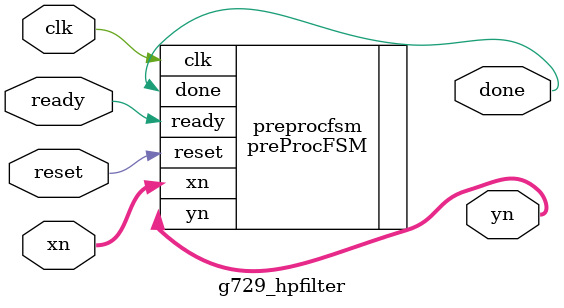
<source format=v>

module g729_hpfilter(clk, reset,xn, ready, yn, done);

input clk,reset,ready;
input [15:0] xn;

output [15:0] yn;
output done;


preProcFSM preprocfsm(
							 .clk(clk),
							 .reset(reset),
							 .ready(ready),
							 .xn(xn),
							 .yn(yn),
							 .done(done)
							 );

endmodule

</source>
